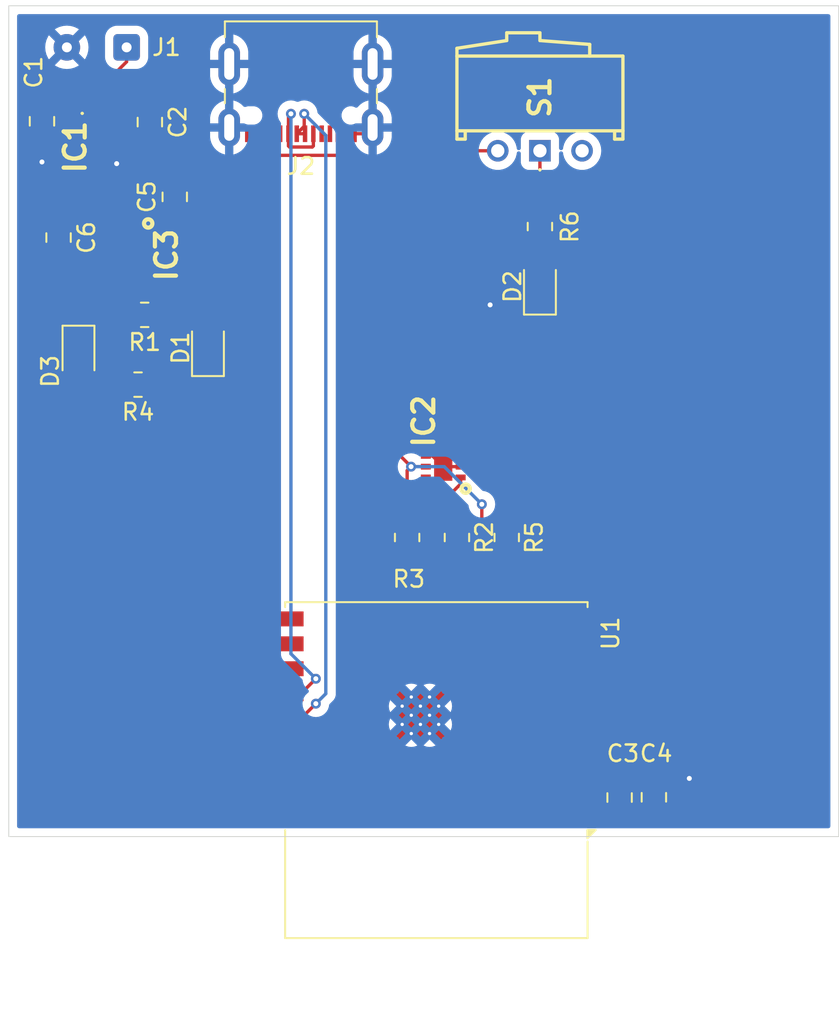
<source format=kicad_pcb>
(kicad_pcb (version 20240108) (generator "pcbnew") (generator_version "8.0")
  (layers (0 "F.Cu" signal) (31 "B.Cu" signal) (34 "B.Paste" user) (35 "F.Paste" user) (36 "B.SilkS" user "B.Silkscreen") (37 "F.SilkS" user "F.Silkscreen") (38 "B.Mask" user) (39 "F.Mask" user) (44 "Edge.Cuts" user))
  (net 0 "")
  (net 1 "+BATT")
  (net 2 "GND")
  (net 3 "+3.3V")
  (net 4 "Net-(D1-A)")
  (net 5 "Net-(D1-K)")
  (net 6 "Net-(D2-A)")
  (net 7 "Net-(D3-A)")
  (net 8 "SDA")
  (net 9 "Net-(IC2-ALERT)")
  (net 10 "SCL")
  (net 11 "Net-(IC3-PROG)")
  (net 15 "USB_D+")
  (net 16 "USB_D-")
  (net 31 "Net-(S1-COM)")
  (footprint "Library_IoT_MP:SON50P300X200X100-9N-D" (layer "F.Cu") (at 107 65 -90)
    (property "Reference" "IC3" (at 0 -2.5 -90) (layer "F.SilkS") (effects (font (size 1.27 1.27) (thickness 0.254))))
    (property "Value" "MCP73831T-2DCI_MC" (hide yes))
    (fp_circle (center -1.9 -1.4) (end -1.775 -1.4) (stroke (width 0.254)) (fill none) (layer "F.SilkS"))
    (pad "1" smd rect (at -1.5 -0.75) (size 0.3 0.8) (layers "F.Cu" "F.Paste" "F.Mask") (net 4 "Net-(D1-A)"))
    (pad "2" smd rect (at -1.5 -0.25) (size 0.3 0.8) (layers "F.Cu" "F.Paste" "F.Mask"))
    (pad "3" smd rect (at -1.5 0.25) (size 0.3 0.8) (layers "F.Cu" "F.Paste" "F.Mask") (net 1 "+BATT"))
    (pad "4" smd rect (at -1.5 0.75) (size 0.3 0.8) (layers "F.Cu" "F.Paste" "F.Mask"))
    (pad "5" smd rect (at 1.5 0.75) (size 0.3 0.8) (layers "F.Cu" "F.Paste" "F.Mask") (net 7 "Net-(D3-A)"))
    (pad "6" smd rect (at 1.5 0.25) (size 0.3 0.8) (layers "F.Cu" "F.Paste" "F.Mask") (net 2 "GND"))
    (pad "7" smd rect (at 1.5 -0.25) (size 0.3 0.8) (layers "F.Cu" "F.Paste" "F.Mask"))
    (pad "8" smd rect (at 1.5 -0.75) (size 0.3 0.8) (layers "F.Cu" "F.Paste" "F.Mask") (net 11 "Net-(IC3-PROG)"))
    (pad "9" smd rect (at 0 0) (size 1.55 1.75) (layers "F.Cu" "F.Paste" "F.Mask") (net 2 "GND"))
  )
  (footprint "Connector_Wire:SolderWire-0.1sqmm_1x02_P3.6mm_D0.4mm_OD1mm" (layer "F.Cu") (at 107.1 52.5 180)
    (property "Reference" "J1" (at -2.4 0 360) (layer "F.SilkS"))
    (property "Value" "Conn_batt")
    (pad "1" thru_hole roundrect (at 0 0 180) (size 1.6 1.6) (drill 0.6) (layers "*.Cu" "*.Mask") (roundrect_rratio 0.15625) (net 1 "+BATT"))
    (pad "2" thru_hole circle (at 3.6 0 180) (size 1.6 1.6) (drill 0.6) (layers "*.Cu" "*.Mask") (net 2 "GND"))
  )
  (footprint "Library_IoT_MP:091020102" (layer "F.Cu") (at 132 58.725 -90)
    (property "Reference" "S1" (at -3.225 0 -90) (layer "F.SilkS") (effects (font (size 1.27 1.27) (thickness 0.254))))
    (property "Value" "09.10201.02" (hide yes))
    (fp_line (start -6.167 5) (end -5.7 5) (stroke (width 0.2)) (layer "F.SilkS"))
    (fp_line (start -5.7 5) (end -5.7 -5) (stroke (width 0.2)) (layer "F.SilkS"))
    (fp_line (start -1.2 5) (end -5.7 5) (stroke (width 0.2)) (layer "F.SilkS"))
    (fp_line (start -0.7 5) (end -1.2 5) (stroke (width 0.2)) (layer "F.SilkS"))
    (fp_line (start -1.2 4.5) (end -0.7 4.5) (stroke (width 0.2)) (layer "F.SilkS"))
    (fp_line (start -0.7 4.5) (end -0.7 5) (stroke (width 0.2)) (layer "F.SilkS"))
    (fp_line (start -7.1 2) (end -6.633 2) (stroke (width 0.2)) (layer "F.SilkS"))
    (fp_line (start -6.633 2) (end -6.167 5) (stroke (width 0.2)) (layer "F.SilkS"))
    (fp_line (start -7.1 0) (end -7.1 2) (stroke (width 0.2)) (layer "F.SilkS"))
    (fp_line (start -6.633 0) (end -7.1 0) (stroke (width 0.2)) (layer "F.SilkS"))
    (fp_line (start 1.1 0) (end 1.1 0) (stroke (width 0.1)) (layer "F.SilkS"))
    (fp_line (start 1.2 0) (end 1.2 0) (stroke (width 0.1)) (layer "F.SilkS"))
    (fp_line (start -6.4 -3) (end -6.633 0) (stroke (width 0.2)) (layer "F.SilkS"))
    (fp_line (start -5.7 -3) (end -6.4 -3) (stroke (width 0.2)) (layer "F.SilkS"))
    (fp_line (start -0.7 -4.5) (end -1.2 -4.5) (stroke (width 0.2)) (layer "F.SilkS"))
    (fp_line (start -5.7 -5) (end -1.2 -5) (stroke (width 0.2)) (layer "F.SilkS"))
    (fp_line (start -1.2 -5) (end -1.2 5) (stroke (width 0.2)) (layer "F.SilkS"))
    (fp_line (start -1.2 -5) (end -0.7 -5) (stroke (width 0.2)) (layer "F.SilkS"))
    (fp_line (start -0.7 -5) (end -0.7 -4.5) (stroke (width 0.2)) (layer "F.SilkS"))
    (fp_arc (start 1.1 0) (mid 1.15 -0.05) (end 1.2 0) (stroke (width 0.1)) (layer "F.SilkS"))
    (fp_arc (start 1.2 0) (mid 1.15 0.05) (end 1.1 0) (stroke (width 0.1)) (layer "F.SilkS"))
    (pad "1" thru_hole rect (at 0 0 270) (size 1.3 1.3) (drill 0.8) (layers "*.Cu" "*.Mask") (net 31 "Net-(S1-COM)"))
    (pad "2" thru_hole circle (at 0 2.54 270) (size 1.3 1.3) (drill 0.8) (layers "*.Cu" "*.Mask") (net 3 "+3.3V"))
    (pad "3" thru_hole circle (at 0 -2.54 270) (size 1.3 1.3) (drill 0.8) (layers "*.Cu" "*.Mask"))
  )
  (footprint "Capacitor_SMD:C_0805_2012Metric" (layer "F.Cu") (at 102 56.95 -90)
    (property "Reference" "C1" (at -2.95 0.5 90) (layer "F.SilkS"))
    (property "Value" "1 uF")
    (fp_line (start -0.261252 0.735) (end 0.261252 0.735) (stroke (width 0.12)) (layer "F.SilkS"))
    (fp_line (start -0.261252 -0.735) (end 0.261252 -0.735) (stroke (width 0.12)) (layer "F.SilkS"))
    (pad "1" smd roundrect (at -0.95 0 270) (size 1 1.45) (layers "F.Cu" "F.Paste" "F.Mask") (net 1 "+BATT"))
    (pad "2" smd roundrect (at 0.95 0 270) (size 1 1.45) (layers "F.Cu" "F.Paste" "F.Mask") (net 2 "GND"))
  )
  (footprint "Library_IoT_MP:SON65P200X200X80-7N" (layer "F.Cu") (at 126.174 77.7365 180)
    (property "Reference" "IC2" (at 1.174 2.7365 -90) (layer "F.SilkS") (effects (font (size 1.27 1.27) (thickness 0.254))))
    (property "Value" "TMP117AIDRVR" (hide yes))
    (fp_circle (center -1.35 -1.325) (end -1.225 -1.325) (stroke (width 0.254)) (fill none) (layer "F.SilkS"))
    (pad "1" smd rect (at -1.05 -0.65 270) (size 0.35 0.6) (layers "F.Cu" "F.Paste" "F.Mask") (net 10 "SCL"))
    (pad "2" smd rect (at -1.05 0 270) (size 0.35 0.6) (layers "F.Cu" "F.Paste" "F.Mask") (net 2 "GND"))
    (pad "3" smd rect (at -1.05 0.65 270) (size 0.35 0.6) (layers "F.Cu" "F.Paste" "F.Mask") (net 9 "Net-(IC2-ALERT)"))
    (pad "4" smd rect (at 1.05 0.65 270) (size 0.35 0.6) (layers "F.Cu" "F.Paste" "F.Mask") (net 2 "GND"))
    (pad "5" smd rect (at 1.05 0 270) (size 0.35 0.6) (layers "F.Cu" "F.Paste" "F.Mask") (net 3 "+3.3V"))
    (pad "6" smd rect (at 1.05 -0.65 270) (size 0.35 0.6) (layers "F.Cu" "F.Paste" "F.Mask") (net 8 "SDA"))
    (pad "7" smd rect (at 0 0 180) (size 1.1 1.7) (layers "F.Cu" "F.Paste" "F.Mask") (net 2 "GND"))
  )
  (footprint "Capacitor_SMD:C_0805_2012Metric" (layer "F.Cu") (at 136.8 97.65 90)
    (property "Reference" "C3" (at 2.65 0.2 180) (layer "F.SilkS"))
    (property "Value" "C")
    (fp_line (start -0.261252 -0.735) (end 0.261252 -0.735) (stroke (width 0.12)) (layer "F.SilkS"))
    (fp_line (start -0.261252 0.735) (end 0.261252 0.735) (stroke (width 0.12)) (layer "F.SilkS"))
    (pad "1" smd roundrect (at -0.95 0 90) (size 1 1.45) (layers "F.Cu" "F.Paste" "F.Mask") (net 3 "+3.3V"))
    (pad "2" smd roundrect (at 0.95 0 90) (size 1 1.45) (layers "F.Cu" "F.Paste" "F.Mask") (net 2 "GND"))
  )
  (footprint "Capacitor_SMD:C_0805_2012Metric" (layer "F.Cu") (at 110 61.5 90)
    (property "Reference" "C5" (at 0 -1.68 90) (layer "F.SilkS"))
    (property "Value" "4.7uF")
    (fp_line (start -0.261252 -0.735) (end 0.261252 -0.735) (stroke (width 0.12)) (layer "F.SilkS"))
    (fp_line (start -0.261252 0.735) (end 0.261252 0.735) (stroke (width 0.12)) (layer "F.SilkS"))
    (pad "1" smd roundrect (at -0.95 0 90) (size 1 1.45) (layers "F.Cu" "F.Paste" "F.Mask") (net 4 "Net-(D1-A)"))
    (pad "2" smd roundrect (at 0.95 0 90) (size 1 1.45) (layers "F.Cu" "F.Paste" "F.Mask") (net 2 "GND"))
  )
  (footprint "Capacitor_SMD:C_0805_2012Metric" (layer "F.Cu") (at 138.865421 97.635333 90)
    (property "Reference" "C4" (at 2.635333 0.134579 180) (layer "F.SilkS"))
    (property "Value" "C")
    (fp_line (start -0.261252 -0.735) (end 0.261252 -0.735) (stroke (width 0.12)) (layer "F.SilkS"))
    (fp_line (start -0.261252 0.735) (end 0.261252 0.735) (stroke (width 0.12)) (layer "F.SilkS"))
    (pad "1" smd roundrect (at -0.95 0 90) (size 1 1.45) (layers "F.Cu" "F.Paste" "F.Mask") (net 3 "+3.3V"))
    (pad "2" smd roundrect (at 0.95 0 90) (size 1 1.45) (layers "F.Cu" "F.Paste" "F.Mask") (net 2 "GND"))
  )
  (footprint "Resistor_SMD:R_0805_2012Metric" (layer "F.Cu") (at 107.7875 72.8 180)
    (property "Reference" "R4" (at 0 -1.65 360) (layer "F.SilkS"))
    (property "Value" "330")
    (fp_line (start -0.227064 0.735) (end 0.227064 0.735) (stroke (width 0.12)) (layer "F.SilkS"))
    (fp_line (start -0.227064 -0.735) (end 0.227064 -0.735) (stroke (width 0.12)) (layer "F.SilkS"))
    (pad "1" smd roundrect (at -0.9125 0 180) (size 1.025 1.4) (layers "F.Cu" "F.Paste" "F.Mask") (roundrect_rratio 0.243902) (net 5 "Net-(D1-K)"))
    (pad "2" smd roundrect (at 0.9125 0 180) (size 1.025 1.4) (layers "F.Cu" "F.Paste" "F.Mask") (roundrect_rratio 0.243902) (net 7 "Net-(D3-A)"))
  )
  (footprint "Capacitor_SMD:C_0805_2012Metric" (layer "F.Cu") (at 108.5 57 -90)
    (property "Reference" "C2" (at 0 -1.68 90) (layer "F.SilkS"))
    (property "Value" "1 uF")
    (fp_line (start -0.261252 0.735) (end 0.261252 0.735) (stroke (width 0.12)) (layer "F.SilkS"))
    (fp_line (start -0.261252 -0.735) (end 0.261252 -0.735) (stroke (width 0.12)) (layer "F.SilkS"))
    (pad "1" smd roundrect (at -0.95 0 270) (size 1 1.45) (layers "F.Cu" "F.Paste" "F.Mask") (net 3 "+3.3V"))
    (pad "2" smd roundrect (at 0.95 0 270) (size 1 1.45) (layers "F.Cu" "F.Paste" "F.Mask") (net 2 "GND"))
  )
  (footprint "Capacitor_SMD:C_0805_2012Metric" (layer "F.Cu") (at 103 63.95 -90)
    (property "Reference" "C6" (at 0 -1.68 90) (layer "F.SilkS"))
    (property "Value" "4.7 uF")
    (fp_line (start -0.261252 0.735) (end 0.261252 0.735) (stroke (width 0.12)) (layer "F.SilkS"))
    (fp_line (start -0.261252 -0.735) (end 0.261252 -0.735) (stroke (width 0.12)) (layer "F.SilkS"))
    (pad "1" smd roundrect (at -0.95 0 270) (size 1 1.45) (layers "F.Cu" "F.Paste" "F.Mask") (net 1 "+BATT"))
    (pad "2" smd roundrect (at 0.95 0 270) (size 1 1.45) (layers "F.Cu" "F.Paste" "F.Mask") (net 2 "GND"))
  )
  (footprint "LED_SMD:LED_0805_2012Metric" (layer "F.Cu") (at 132 66.9 90)
    (property "Reference" "D2" (at 0 -1.65 90) (layer "F.SilkS"))
    (property "Value" "Green")
    (fp_line (start 1 -0.96) (end -1.685 -0.96) (stroke (width 0.12)) (layer "F.SilkS"))
    (fp_line (start -1.685 -0.96) (end -1.685 0.96) (stroke (width 0.12)) (layer "F.SilkS"))
    (fp_line (start -1.685 0.96) (end 1 0.96) (stroke (width 0.12)) (layer "F.SilkS"))
    (pad "1" smd roundrect (at -0.9375 0 90) (size 0.975 1.4) (layers "F.Cu" "F.Paste" "F.Mask") (net 2 "GND"))
    (pad "2" smd roundrect (at 0.9375 0 90) (size 0.975 1.4) (layers "F.Cu" "F.Paste" "F.Mask") (net 6 "Net-(D2-A)"))
  )
  (footprint "RF_Module:ESP32-C3-WROOM-02" (layer "F.Cu") (at 125.76 92.9 180)
    (property "Reference" "U1" (at -10.5 5.13 90) (layer "F.SilkS"))
    (property "Value" "ESP32-C3-WROOM-02")
    (fp_line (start 9.11 6.71) (end 9.11 7.01) (stroke (width 0.12)) (layer "F.SilkS"))
    (fp_line (start 9.11 -13.21) (end 9.11 -6.71) (stroke (width 0.12)) (layer "F.SilkS"))
    (fp_line (start -9.11 7.01) (end 9.11 7.01) (stroke (width 0.12)) (layer "F.SilkS"))
    (fp_line (start -9.11 6.71) (end -9.11 7.01) (stroke (width 0.12)) (layer "F.SilkS"))
    (fp_line (start -9.11 -13.21) (end 9.11 -13.21) (stroke (width 0.12)) (layer "F.SilkS"))
    (fp_line (start -9.11 -13.21) (end -9.11 -7.4) (stroke (width 0.12)) (layer "F.SilkS"))
    (fp_poly (pts (xy -9.1 -6.7) (xy -9.6 -6.7) (xy -9.1 -7.2) (xy -9.1 -6.7)) (stroke (width 0.12)) (fill solid) (layer "F.SilkS"))
    (pad "1" smd rect (at -8.75 -6 180) (size 1.5 0.9) (layers "F.Cu" "F.Paste" "F.Mask") (net 3 "+3.3V"))
    (pad "2" smd rect (at -8.75 -4.5 180) (size 1.5 0.9) (layers "F.Cu" "F.Paste" "F.Mask") (net 6 "Net-(D2-A)"))
    (pad "3" smd rect (at -8.75 -3 180) (size 1.5 0.9) (layers "F.Cu" "F.Paste" "F.Mask"))
    (pad "4" smd rect (at -8.75 -1.5 180) (size 1.5 0.9) (layers "F.Cu" "F.Paste" "F.Mask"))
    (pad "5" smd rect (at -8.75 0 180) (size 1.5 0.9) (layers "F.Cu" "F.Paste" "F.Mask"))
    (pad "6" smd rect (at -8.75 1.5 180) (size 1.5 0.9) (layers "F.Cu" "F.Paste" "F.Mask"))
    (pad "7" smd rect (at -8.75 3 180) (size 1.5 0.9) (layers "F.Cu" "F.Paste" "F.Mask") (net 8 "SDA"))
    (pad "8" smd rect (at -8.75 4.5 180) (size 1.5 0.9) (layers "F.Cu" "F.Paste" "F.Mask") (net 10 "SCL"))
    (pad "9" smd rect (at -8.75 6 180) (size 1.5 0.9) (layers "F.Cu" "F.Paste" "F.Mask") (net 2 "GND"))
    (pad "10" smd rect (at 8.75 6 180) (size 1.5 0.9) (layers "F.Cu" "F.Paste" "F.Mask"))
    (pad "11" smd rect (at 8.75 4.5 180) (size 1.5 0.9) (layers "F.Cu" "F.Paste" "F.Mask"))
    (pad "12" smd rect (at 8.75 3 180) (size 1.5 0.9) (layers "F.Cu" "F.Paste" "F.Mask"))
    (pad "13" smd rect (at 8.75 1.5 180) (size 1.5 0.9) (layers "F.Cu" "F.Paste" "F.Mask") (net 16 "USB_D-"))
    (pad "14" smd rect (at 8.75 0 180) (size 1.5 0.9) (layers "F.Cu" "F.Paste" "F.Mask") (net 15 "USB_D+"))
    (pad "15" smd rect (at 8.75 -1.5 180) (size 1.5 0.9) (layers "F.Cu" "F.Paste" "F.Mask"))
    (pad "16" smd rect (at 8.75 -3 180) (size 1.5 0.9) (layers "F.Cu" "F.Paste" "F.Mask"))
    (pad "17" smd rect (at 8.75 -4.5 180) (size 1.5 0.9) (layers "F.Cu" "F.Paste" "F.Mask"))
    (pad "18" smd rect (at 8.75 -6 180) (size 1.5 0.9) (layers "F.Cu" "F.Paste" "F.Mask"))
    (pad "19" thru_hole circle (at -0.14 -0.35 180) (size 0.6 0.6) (drill 0.2) (property pad_prop_heatsink) (layers "*.Cu" "F.Mask") (net 2 "GND"))
    (pad "19" thru_hole circle (at -0.14 0.75 180) (size 0.6 0.6) (drill 0.2) (property pad_prop_heatsink) (layers "*.Cu" "F.Mask") (net 2 "GND"))
    (pad "19" thru_hole circle (at 0.41 -0.9 180) (size 0.6 0.6) (drill 0.2) (property pad_prop_heatsink) (layers "*.Cu" "F.Mask") (net 2 "GND"))
    (pad "19" thru_hole circle (at 0.41 0.2 180) (size 0.6 0.6) (drill 0.2) (property pad_prop_heatsink) (layers "*.Cu" "F.Mask") (net 2 "GND"))
    (pad "19" thru_hole circle (at 0.41 1.3 180) (size 0.6 0.6) (drill 0.2) (property pad_prop_heatsink) (layers "*.Cu" "F.Mask") (net 2 "GND"))
    (pad "19" thru_hole circle (at 0.96 -0.35 180) (size 0.6 0.6) (drill 0.2) (property pad_prop_heatsink) (layers "*.Cu" "F.Mask") (net 2 "GND"))
    (pad "19" smd rect (at 0.96 0.2 180) (size 2.9 2.9) (layers "F.Cu" "F.Mask") (net 2 "GND"))
    (pad "19" thru_hole circle (at 0.96 0.75 180) (size 0.6 0.6) (drill 0.2) (property pad_prop_heatsink) (layers "*.Cu" "F.Mask") (net 2 "GND"))
    (pad "19" thru_hole circle (at 1.51 -0.9 180) (size 0.6 0.6) (drill 0.2) (property pad_prop_heatsink) (layers "*.Cu" "F.Mask") (net 2 "GND"))
    (pad "19" thru_hole circle (at 1.51 0.2 180) (size 0.6 0.6) (drill 0.2) (property pad_prop_heatsink) (layers "*.Cu" "F.Mask") (net 2 "GND"))
    (pad "19" thru_hole circle (at 1.51 1.3 180) (size 0.6 0.6) (drill 0.2) (property pad_prop_heatsink) (layers "*.Cu" "F.Mask") (net 2 "GND"))
    (pad "19" thru_hole circle (at 2.06 -0.35 180) (size 0.6 0.6) (drill 0.2) (property pad_prop_heatsink) (layers "*.Cu" "F.Mask") (net 2 "GND"))
    (pad "19" thru_hole circle (at 2.06 0.75 180) (size 0.6 0.6) (drill 0.2) (property pad_prop_heatsink) (layers "*.Cu" "F.Mask") (net 2 "GND"))
    (zone (net 0) (net_name "") (layers "*.Cu") (connect_pads (clearance 0)) (min_thickness 0.254)
      (keepout (tracks not_allowed) (vias not_allowed) (pads not_allowed) (copperpour not_allowed) (footprints not_allowed))
      (fill (thermal_gap 0.508) (thermal_bridge_width 0.508))
      (polygon (pts (xy 139.76 100) (xy 111.76 100) (xy 111.76 111) (xy 139.76 111)))
    )
  )
  (footprint "Resistor_SMD:R_0805_2012Metric" (layer "F.Cu") (at 127 82 -90)
    (property "Reference" "R2" (at 0 -1.65 90) (layer "F.SilkS"))
    (property "Value" "5k")
    (fp_line (start -0.227064 0.735) (end 0.227064 0.735) (stroke (width 0.12)) (layer "F.SilkS"))
    (fp_line (start -0.227064 -0.735) (end 0.227064 -0.735) (stroke (width 0.12)) (layer "F.SilkS"))
    (pad "1" smd roundrect (at -0.9125 0 270) (size 1.025 1.4) (layers "F.Cu" "F.Paste" "F.Mask") (roundrect_rratio 0.243902) (net 3 "+3.3V"))
    (pad "2" smd roundrect (at 0.9125 0 270) (size 1.025 1.4) (layers "F.Cu" "F.Paste" "F.Mask") (roundrect_rratio 0.243902) (net 10 "SCL"))
  )
  (footprint "LED_SMD:LED_0805_2012Metric" (layer "F.Cu") (at 104.2 70.9375 -90)
    (property "Reference" "D3" (at 1.0625 1.7 90) (layer "F.SilkS"))
    (property "Value" "Green")
    (fp_line (start -1.685 0.96) (end 1 0.96) (stroke (width 0.12)) (layer "F.SilkS"))
    (fp_line (start -1.685 -0.96) (end -1.685 0.96) (stroke (width 0.12)) (layer "F.SilkS"))
    (fp_line (start 1 -0.96) (end -1.685 -0.96) (stroke (width 0.12)) (layer "F.SilkS"))
    (pad "1" smd roundrect (at -0.9375 0 270) (size 0.975 1.4) (layers "F.Cu" "F.Paste" "F.Mask") (net 2 "GND"))
    (pad "2" smd roundrect (at 0.9375 0 270) (size 0.975 1.4) (layers "F.Cu" "F.Paste" "F.Mask") (net 7 "Net-(D3-A)"))
  )
  (footprint "LED_SMD:LED_0805_2012Metric" (layer "F.Cu") (at 112 70.6 90)
    (property "Reference" "D1" (at 0 -1.65 90) (layer "F.SilkS"))
    (property "Value" "Red")
    (fp_line (start 1 -0.96) (end -1.685 -0.96) (stroke (width 0.12)) (layer "F.SilkS"))
    (fp_line (start -1.685 -0.96) (end -1.685 0.96) (stroke (width 0.12)) (layer "F.SilkS"))
    (fp_line (start -1.685 0.96) (end 1 0.96) (stroke (width 0.12)) (layer "F.SilkS"))
    (pad "1" smd roundrect (at -0.9375 0 90) (size 0.975 1.4) (layers "F.Cu" "F.Paste" "F.Mask") (net 5 "Net-(D1-K)"))
    (pad "2" smd roundrect (at 0.9375 0 90) (size 0.975 1.4) (layers "F.Cu" "F.Paste" "F.Mask") (net 4 "Net-(D1-A)"))
  )
  (footprint "Library_IoT_MP:TPS7A2128PYWDJ" (layer "F.Cu") (at 105.175 56.675)
    (property "Reference" "IC1" (at -1.175 1.825 90) (layer "F.SilkS") (effects (font (size 1.27 1.27) (thickness 0.254))))
    (property "Value" "TPS7A2128PYWDJ" (hide yes))
    (fp_line (start -0.8 -0.2) (end -0.8 -0.2) (stroke (width 0.1)) (layer "F.SilkS"))
    (fp_line (start -0.7 -0.2) (end -0.7 -0.2) (stroke (width 0.1)) (layer "F.SilkS"))
    (fp_arc (start -0.8 -0.2) (mid -0.75 -0.25) (end -0.7 -0.2) (stroke (width 0.1)) (layer "F.SilkS"))
    (fp_arc (start -0.7 -0.2) (mid -0.75 -0.15) (end -0.8 -0.2) (stroke (width 0.1)) (layer "F.SilkS"))
    (pad "A1" smd rect (at -0.175 -0.175 90) (size 0.165 0.165) (layers "F.Cu" "F.Paste" "F.Mask") (net 1 "+BATT"))
    (pad "A2" smd rect (at 0.175 -0.175 90) (size 0.165 0.165) (layers "F.Cu" "F.Paste" "F.Mask") (net 3 "+3.3V"))
    (pad "B1" smd rect (at -0.175 0.175 90) (size 0.165 0.165) (layers "F.Cu" "F.Paste" "F.Mask") (net 1 "+BATT"))
    (pad "B2" smd rect (at 0.175 0.175 90) (size 0.165 0.165) (layers "F.Cu" "F.Paste" "F.Mask") (net 2 "GND"))
  )
  (footprint "Resistor_SMD:R_0805_2012Metric" (layer "F.Cu") (at 108.1875 68.6 180)
    (property "Reference" "R1" (at 0 -1.65 360) (layer "F.SilkS"))
    (property "Value" "R")
    (fp_line (start -0.227064 0.735) (end 0.227064 0.735) (stroke (width 0.12)) (layer "F.SilkS"))
    (fp_line (start -0.227064 -0.735) (end 0.227064 -0.735) (stroke (width 0.12)) (layer "F.SilkS"))
    (pad "1" smd roundrect (at -0.9125 0 180) (size 1.025 1.4) (layers "F.Cu" "F.Paste" "F.Mask") (roundrect_rratio 0.243902) (net 11 "Net-(IC3-PROG)"))
    (pad "2" smd roundrect (at 0.9125 0 180) (size 1.025 1.4) (layers "F.Cu" "F.Paste" "F.Mask") (roundrect_rratio 0.243902) (net 2 "GND"))
  )
  (footprint "Connector_USB:USB_C_Receptacle_JAE_DX07S016JA1R1500" (layer "F.Cu") (at 117.6 54.65 180)
    (property "Reference" "J2" (at 0 -5 360) (layer "F.SilkS"))
    (property "Value" "USB_C_Receptacle_USB2.0_14P" (hide yes))
    (fp_line (start 4.58 2.76) (end 4.58 3.71) (stroke (width 0.12)) (layer "F.SilkS"))
    (fp_line (start 4.58 -1.215) (end 4.58 -0.36) (stroke (width 0.12)) (layer "F.SilkS"))
    (fp_line (start -4.58 3.71) (end 4.58 3.71) (stroke (width 0.12)) (layer "F.SilkS"))
    (fp_line (start -4.58 2.76) (end -4.58 3.71) (stroke (width 0.12)) (layer "F.SilkS"))
    (fp_line (start -4.58 -1.215) (end -4.58 -0.36) (stroke (width 0.12)) (layer "F.SilkS"))
    (pad "" np_thru_hole circle (at -3 -1.95 180) (size 0.6 0.6) (drill 0.6) (layers "F&B.Cu" "*.Mask"))
    (pad "" smd rect (at -1.4 1.15 180) (size 1 2) (layers "F.Cu" "F.Paste" "F.Mask"))
    (pad "" smd rect (at 1.4 1.15 180) (size 1 2) (layers "F.Cu" "F.Paste" "F.Mask"))
    (pad "" np_thru_hole oval (at 3 -1.95 180) (size 0.85 0.6) (drill oval 0.85 0.6) (layers "F&B.Cu" "*.Mask"))
    (pad "A1" smd rect (at -3.1 -3.05 180) (size 0.52 1) (layers "F.Cu" "F.Paste" "F.Mask") (net 2 "GND"))
    (pad "A4" smd rect (at -2.35 -3.05 180) (size 0.52 1) (layers "F.Cu" "F.Paste" "F.Mask") (net 4 "Net-(D1-A)"))
    (pad "A5" smd rect (at -1.75 -3.05 180) (size 0.27 1) (layers "F.Cu" "F.Paste" "F.Mask"))
    (pad "A6" smd rect (at -0.25 -3.05 180) (size 0.27 1) (layers "F.Cu" "F.Paste" "F.Mask") (net 15 "USB_D+"))
    (pad "A7" smd rect (at 0.75 -3.05 180) (size 0.27 1) (layers "F.Cu" "F.Paste" "F.Mask") (net 16 "USB_D-"))
    (pad "A8" smd rect (at 1.75 -3.05 180) (size 0.27 1) (layers "F.Cu" "F.Paste" "F.Mask"))
    (pad "A9" smd rect (at 2.35 -3.05 180) (size 0.52 1) (layers "F.Cu" "F.Paste" "F.Mask") (net 4 "Net-(D1-A)"))
    (pad "A12" smd rect (at 3.1 -3.05 180) (size 0.52 1) (layers "F.Cu" "F.Paste" "F.Mask") (net 2 "GND"))
    (pad "B1" smd rect (at 3.1 -3.05 180) (size 0.52 1) (layers "F.Cu" "F.Paste" "F.Mask") (net 2 "GND"))
    (pad "B4" smd rect (at 2.35 -3.05 180) (size 0.52 1) (layers "F.Cu" "F.Paste" "F.Mask") (net 4 "Net-(D1-A)"))
    (pad "B5" smd rect (at 1.25 -3.05 180) (size 0.27 1) (layers "F.Cu" "F.Paste" "F.Mask"))
    (pad "B6" smd rect (at 0.25 -3.05 180) (size 0.27 1) (layers "F.Cu" "F.Paste" "F.Mask") (net 15 "USB_D+"))
    (pad "B7" smd rect (at -0.75 -3.05 180) (size 0.27 1) (layers "F.Cu" "F.Paste" "F.Mask") (net 16 "USB_D-"))
    (pad "B8" smd rect (at -1.25 -3.05 180) (size 0.27 1) (layers "F.Cu" "F.Paste" "F.Mask"))
    (pad "B9" smd rect (at -2.35 -3.05 180) (size 0.52 1) (layers "F.Cu" "F.Paste" "F.Mask") (net 4 "Net-(D1-A)"))
    (pad "B12" smd rect (at -3.1 -3.05 180) (size 0.52 1) (layers "F.Cu" "F.Paste" "F.Mask") (net 2 "GND"))
    (pad "S1" thru_hole oval (at -4.32 -2.675 180) (size 1.3 2.3) (drill oval 0.6 1.6) (layers "*.Cu" "*.Mask") (net 2 "GND"))
    (pad "S1" thru_hole oval (at -4.32 1.15 180) (size 1.3 2.6) (drill oval 0.6 1.9) (layers "*.Cu" "*.Mask") (net 2 "GND"))
    (pad "S1" thru_hole oval (at 4.32 -2.675 180) (size 1.3 2.3) (drill oval 0.6 1.6) (layers "*.Cu" "*.Mask") (net 2 "GND"))
    (pad "S1" thru_hole oval (at 4.32 1.15 180) (size 1.3 2.6) (drill oval 0.6 1.9) (layers "*.Cu" "*.Mask") (net 2 "GND"))
  )
  (footprint "Resistor_SMD:R_0805_2012Metric" (layer "F.Cu") (at 132 63.2875 -90)
    (property "Reference" "R6" (at 0.0125 -1.8 -90) (layer "F.SilkS"))
    (property "Value" "330")
    (fp_line (start -0.227064 0.735) (end 0.227064 0.735) (stroke (width 0.12)) (layer "F.SilkS"))
    (fp_line (start -0.227064 -0.735) (end 0.227064 -0.735) (stroke (width 0.12)) (layer "F.SilkS"))
    (pad "1" smd roundrect (at -0.9125 0 270) (size 1.025 1.4) (layers "F.Cu" "F.Paste" "F.Mask") (roundrect_rratio 0.243902) (net 31 "Net-(S1-COM)"))
    (pad "2" smd roundrect (at 0.9125 0 270) (size 1.025 1.4) (layers "F.Cu" "F.Paste" "F.Mask") (roundrect_rratio 0.243902) (net 6 "Net-(D2-A)"))
  )
  (footprint "Resistor_SMD:R_0805_2012Metric" (layer "F.Cu") (at 124 82 -90)
    (property "Reference" "R3" (at 2.5 -0.1 360) (layer "F.SilkS"))
    (property "Value" "5k")
    (fp_line (start -0.227064 0.735) (end 0.227064 0.735) (stroke (width 0.12)) (layer "F.SilkS"))
    (fp_line (start -0.227064 -0.735) (end 0.227064 -0.735) (stroke (width 0.12)) (layer "F.SilkS"))
    (pad "1" smd roundrect (at -0.9125 0 270) (size 1.025 1.4) (layers "F.Cu" "F.Paste" "F.Mask") (roundrect_rratio 0.243902) (net 3 "+3.3V"))
    (pad "2" smd roundrect (at 0.9125 0 270) (size 1.025 1.4) (layers "F.Cu" "F.Paste" "F.Mask") (roundrect_rratio 0.243902) (net 8 "SDA"))
  )
  (footprint "Resistor_SMD:R_0805_2012Metric" (layer "F.Cu") (at 130 82 -90)
    (property "Reference" "R5" (at 0 -1.65 90) (layer "F.SilkS"))
    (property "Value" "5k")
    (fp_line (start -0.227064 0.735) (end 0.227064 0.735) (stroke (width 0.12)) (layer "F.SilkS"))
    (fp_line (start -0.227064 -0.735) (end 0.227064 -0.735) (stroke (width 0.12)) (layer "F.SilkS"))
    (pad "1" smd roundrect (at -0.9125 0 270) (size 1.025 1.4) (layers "F.Cu" "F.Paste" "F.Mask") (roundrect_rratio 0.243902) (net 3 "+3.3V"))
    (pad "2" smd roundrect (at 0.9125 0 270) (size 1.025 1.4) (layers "F.Cu" "F.Paste" "F.Mask") (roundrect_rratio 0.243902) (net 9 "Net-(IC2-ALERT)"))
  )
  (gr_rect (start 100 50) (end 150 100) (stroke (width 0.05)) (fill none) (layer "Edge.Cuts"))
  (segment (start 103 63) (end 103 62.5) (width 0.2) (layer "F.Cu") (net 1))
  (segment (start 106.75 62.315) (end 104.9675 60.5325) (width 0.2) (layer "F.Cu") (net 1))
  (segment (start 102 56) (end 104.4675 56) (width 0.2) (layer "F.Cu") (net 1))
  (segment (start 107.1 52.5) (end 107.1 53.3675) (width 0.2) (layer "F.Cu") (net 1))
  (segment (start 104.4675 56) (end 104.9675 56.5) (width 0.2) (layer "F.Cu") (net 1))
  (segment (start 107.1 53.3675) (end 104.48375 55.98375) (width 0.2) (layer "F.Cu") (net 1))
  (segment (start 103 62.5) (end 104.9675 60.5325) (width 0.2) (layer "F.Cu") (net 1))
  (segment (start 104.48375 55.98375) (end 104.4675 56) (width 0.2) (layer "F.Cu") (net 1))
  (segment (start 104.9675 56.4675) (end 104.48375 55.98375) (width 0.2) (layer "F.Cu") (net 1))
  (segment (start 106.75 63.5) (end 106.75 62.315) (width 0.2) (layer "F.Cu") (net 1))
  (segment (start 104.9675 60.5325) (end 104.9675 56.4675) (width 0.2) (layer "F.Cu") (net 1))
  (segment (start 106.75 66.5) (end 106.75 65.25) (width 0.2) (layer "F.Cu") (net 2))
  (segment (start 129.1625 67.8375) (end 129 68) (width 0.2) (layer "F.Cu") (net 2))
  (segment (start 106.5 58) (end 106.5 59.5) (width 0.2) (layer "F.Cu") (net 2))
  (segment (start 125.524 77.0865) (end 126.174 77.7365) (width 0.2) (layer "F.Cu") (net 2))
  (segment (start 126.174 77.7365) (end 127.224 77.7365) (width 0.2) (layer "F.Cu") (net 2))
  (segment (start 106.45 57.95) (end 105.3825 56.8825) (width 0.2) (layer "F.Cu") (net 2))
  (segment (start 110 60.55) (end 112.35 60.55) (width 0.2) (layer "F.Cu") (net 2))
  (segment (start 101.975 59.425) (end 102 59.4) (width 0.2) (layer "F.Cu") (net 2))
  (segment (start 132 67.8375) (end 129.1625 67.8375) (width 0.2) (layer "F.Cu") (net 2))
  (segment (start 101.975 63.875) (end 101.975 59.425) (width 0.2) (layer "F.Cu") (net 2))
  (segment (start 106.45 57.95) (end 106.5 58) (width 0.2) (layer "F.Cu") (net 2))
  (segment (start 138.865421 96.685333) (end 140.814667 96.685333) (width 0.2) (layer "F.Cu") (net 2))
  (segment (start 105.875 70) (end 107.275 68.6) (width 0.2) (layer "F.Cu") (net 2))
  (segment (start 106.9 64.9) (end 107 65) (width 0.2) (layer "F.Cu") (net 2))
  (segment (start 103 64.9) (end 106.9 64.9) (width 0.2) (layer "F.Cu") (net 2))
  (segment (start 134.51 81.9995) (end 126.174 73.6635) (width 0.2) (layer "F.Cu") (net 2))
  (segment (start 103 64.9) (end 101.975 63.875) (width 0.2) (layer "F.Cu") (net 2))
  (segment (start 126.174 73.6635) (end 132 67.8375) (width 0.2) (layer "F.Cu") (net 2))
  (segment (start 136.814667 96.685333) (end 136.8 96.7) (width 0.2) (layer "F.Cu") (net 2))
  (segment (start 108.5 57.95) (end 106.45 57.95) (width 0.2) (layer "F.Cu") (net 2))
  (segment (start 140.814667 96.685333) (end 141 96.5) (width 0.2) (layer "F.Cu") (net 2))
  (segment (start 108.5 59.05) (end 110 60.55) (width 0.2) (layer "F.Cu") (net 2))
  (segment (start 125.124 77.0865) (end 125.524 77.0865) (width 0.2) (layer "F.Cu") (net 2))
  (segment (start 114.5 58.4) (end 114.5 57.7) (width 0.2) (layer "F.Cu") (net 2))
  (segment (start 138.865421 96.685333) (end 136.814667 96.685333) (width 0.2) (layer "F.Cu") (net 2))
  (segment (start 106.75 65.25) (end 107 65) (width 0.2) (layer "F.Cu") (net 2))
  (segment (start 112.35 60.55) (end 114.5 58.4) (width 0.2) (layer "F.Cu") (net 2))
  (segment (start 126.174 77.7365) (end 126.174 73.6635) (width 0.2) (layer "F.Cu") (net 2))
  (segment (start 106.75 68.075) (end 106.75 66.5) (width 0.2) (layer "F.Cu") (net 2))
  (segment (start 104.2 70) (end 105.875 70) (width 0.2) (layer "F.Cu") (net 2))
  (segment (start 120.7 57.7) (end 121.545 57.7) (width 0.2) (layer "F.Cu") (net 2))
  (segment (start 134.51 86.9) (end 134.51 81.9995) (width 0.2) (layer "F.Cu") (net 2))
  (segment (start 108.5 57.95) (end 108.5 59.05) (width 0.2) (layer "F.Cu") (net 2))
  (segment (start 107.275 68.6) (end 106.75 68.075) (width 0.2) (layer "F.Cu") (net 2))
  (segment (start 121.545 57.7) (end 121.92 57.325) (width 0.2) (layer "F.Cu") (net 2))
  (segment (start 102 57.9) (end 102 59.4) (width 0.2) (layer "F.Cu") (net 2))
  (via (at 141 96.5) (size 0.6) (drill 0.3) (layers "F.Cu" "B.Cu") (net 2))
  (via (at 129 68) (size 0.6) (drill 0.3) (layers "F.Cu" "B.Cu") (net 2))
  (via (at 106.5 59.5) (size 0.6) (drill 0.3) (layers "F.Cu" "B.Cu") (net 2))
  (via (at 102 59.4) (size 0.6) (drill 0.3) (layers "F.Cu" "B.Cu") (net 2))
  (segment (start 134.51 98.9) (end 136.5 98.9) (width 0.2) (layer "F.Cu") (net 3))
  (segment (start 105.8 56.05) (end 105.3825 56.4675) (width 0.2) (layer "F.Cu") (net 3))
  (segment (start 122 94.5) (end 122 83.0875) (width 0.2) (layer "F.Cu") (net 3))
  (segment (start 124 77.973) (end 124.2365 77.7365) (width 0.2) (layer "F.Cu") (net 3))
  (segment (start 130 81.0875) (end 128.5 81.0875) (width 0.2) (layer "F.Cu") (net 3))
  (segment (start 122 83.0875) (end 124 81.0875) (width 0.2) (layer "F.Cu") (net 3))
  (segment (start 136.8 98.6) (end 138.850754 98.6) (width 0.2) (layer "F.Cu") (net 3))
  (segment (start 136.5 98.9) (end 136.8 98.6) (width 0.2) (layer "F.Cu") (net 3))
  (segment (start 109 55.5) (end 125 55.5) (width 0.2) (layer "F.Cu") (net 3))
  (segment (start 128.5 81.0875) (end 127 81.0875) (width 0.2) (layer "F.Cu") (net 3))
  (segment (start 122.5 76) (end 124.2365 77.7365) (width 0.2) (layer "F.Cu") (net 3))
  (segment (start 108.5 56.05) (end 105.8 56.05) (width 0.2) (layer "F.Cu") (net 3))
  (segment (start 122.5 62.5) (end 122.5 76) (width 0.2) (layer "F.Cu") (net 3))
  (segment (start 129.46 58.725) (end 128.225 58.725) (width 0.2) (layer "F.Cu") (net 3))
  (segment (start 126.275 58.725) (end 122.5 62.5) (width 0.2) (layer "F.Cu") (net 3))
  (segment (start 124.2365 77.7365) (end 125.124 77.7365) (width 0.2) (layer "F.Cu") (net 3))
  (segment (start 124 81.0875) (end 124 77.973) (width 0.2) (layer "F.Cu") (net 3))
  (segment (start 128.5 81.0875) (end 128.5 80) (width 0.2) (layer "F.Cu") (net 3))
  (segment (start 134.51 98.9) (end 126.4 98.9) (width 0.2) (layer "F.Cu") (net 3))
  (segment (start 125 55.5) (end 128.225 58.725) (width 0.2) (layer "F.Cu") (net 3))
  (segment (start 126.4 98.9) (end 122 94.5) (width 0.2) (layer "F.Cu") (net 3))
  (segment (start 108.5 56) (end 109 55.5) (width 0.2) (layer "F.Cu") (net 3))
  (segment (start 138.850754 98.6) (end 138.865421 98.585333) (width 0.2) (layer "F.Cu") (net 3))
  (segment (start 108.5 56.05) (end 108.5 56) (width 0.2) (layer "F.Cu") (net 3))
  (segment (start 128.225 58.725) (end 126.275 58.725) (width 0.2) (layer "F.Cu") (net 3))
  (via (at 128.5 80) (size 0.6) (drill 0.3) (layers "F.Cu" "B.Cu") (net 3))
  (via (at 124.2365 77.7365) (size 0.6) (drill 0.3) (layers "F.Cu" "B.Cu") (net 3))
  (segment (start 126.2365 77.7365) (end 124.2365 77.7365) (width 0.2) (layer "B.Cu") (net 3))
  (segment (start 128.5 80) (end 126.2365 77.7365) (width 0.2) (layer "B.Cu") (net 3))
  (segment (start 119.85 59) (end 119.95 58.9) (width 0.2) (layer "F.Cu") (net 4))
  (segment (start 110.275 62.725) (end 110.925 62.725) (width 0.2) (layer "F.Cu") (net 4))
  (segment (start 108.95 63.5) (end 110 62.45) (width 0.2) (layer "F.Cu") (net 4))
  (segment (start 110 62.45) (end 112 64.45) (width 0.2) (layer "F.Cu") (net 4))
  (segment (start 110.925 62.725) (end 115.25 58.4) (width 0.2) (layer "F.Cu") (net 4))
  (segment (start 110 62.45) (end 110.275 62.725) (width 0.2) (layer "F.Cu") (net 4))
  (segment (start 115.25 58.9) (end 115.35 59) (width 0.2) (layer "F.Cu") (net 4))
  (segment (start 107.75 63.5) (end 108.95 63.5) (width 0.2) (layer "F.Cu") (net 4))
  (segment (start 115.25 58.9) (end 115.25 58.4) (width 0.2) (layer "F.Cu") (net 4))
  (segment (start 115.25 58.4) (end 115.25 57.7) (width 0.2) (layer "F.Cu") (net 4))
  (segment (start 119.95 58.9) (end 119.95 58.2) (width 0.2) (layer "F.Cu") (net 4))
  (segment (start 115.35 59) (end 119.85 59) (width 0.2) (layer "F.Cu") (net 4))
  (segment (start 112 64.45) (end 112 69.6625) (width 0.2) (layer "F.Cu") (net 4))
  (segment (start 110.7375 72.8) (end 112 71.5375) (width 0.2) (layer "F.Cu") (net 5))
  (segment (start 108.7 72.8) (end 110.7375 72.8) (width 0.2) (layer "F.Cu") (net 5))
  (segment (start 132 65.9625) (end 135.56 69.5225) (width 0.2) (layer "F.Cu") (net 6))
  (segment (start 134.81 97.4) (end 134.51 97.4) (width 0.2) (layer "F.Cu") (net 6))
  (segment (start 135.56 69.5225) (end 135.56 96.65) (width 0.2) (layer "F.Cu") (net 6))
  (segment (start 132 64.2) (end 132 65.9625) (width 0.2) (layer "F.Cu") (net 6))
  (segment (start 135.56 96.65) (end 134.81 97.4) (width 0.2) (layer "F.Cu") (net 6))
  (segment (start 106.25 66.5) (end 104 66.5) (width 0.2) (layer "F.Cu") (net 7))
  (segment (start 102 69.675) (end 104.2 71.875) (width 0.2) (layer "F.Cu") (net 7))
  (segment (start 104 66.5) (end 102 68.5) (width 0.2) (layer "F.Cu") (net 7))
  (segment (start 102 68.5) (end 102 69.675) (width 0.2) (layer "F.Cu") (net 7))
  (segment (start 105.95 71.875) (end 106.875 72.8) (width 0.2) (layer "F.Cu") (net 7))
  (segment (start 104.2 71.875) (end 105.95 71.875) (width 0.2) (layer "F.Cu") (net 7))
  (segment (start 125.124 81.7885) (end 124 82.9125) (width 0.2) (layer "F.Cu") (net 8))
  (segment (start 130.9875 89.9) (end 134.51 89.9) (width 0.2) (layer "F.Cu") (net 8))
  (segment (start 125.124 78.3865) (end 125.124 81.7885) (width 0.2) (layer "F.Cu") (net 8))
  (segment (start 124 82.9125) (end 130.9875 89.9) (width 0.2) (layer "F.Cu") (net 8))
  (segment (start 127.724 77.0865) (end 131 80.3625) (width 0.2) (layer "F.Cu") (net 9))
  (segment (start 131 80.3625) (end 131 81.9125) (width 0.2) (layer "F.Cu") (net 9))
  (segment (start 127.224 77.0865) (end 127.724 77.0865) (width 0.2) (layer "F.Cu") (net 9))
  (segment (start 131 81.9125) (end 130 82.9125) (width 0.2) (layer "F.Cu") (net 9))
  (segment (start 127 82.9125) (end 132.4875 88.4) (width 0.2) (layer "F.Cu") (net 10))
  (segment (start 127.224 78.776) (end 126 80) (width 0.2) (layer "F.Cu") (net 10))
  (segment (start 126 81.9125) (end 127 82.9125) (width 0.2) (layer "F.Cu") (net 10))
  (segment (start 127.224 78.3865) (end 127.224 78.776) (width 0.2) (layer "F.Cu") (net 10))
  (segment (start 132.4875 88.4) (end 134.51 88.4) (width 0.2) (layer "F.Cu") (net 10))
  (segment (start 126 80) (end 126 81.9125) (width 0.2) (layer "F.Cu") (net 10))
  (segment (start 109.1 68.6) (end 109.1 67.85) (width 0.2) (layer "F.Cu") (net 11))
  (segment (start 109.1 67.85) (end 107.75 66.5) (width 0.2) (layer "F.Cu") (net 11))
  (segment (start 117.35 57.7) (end 117.85 57.7) (width 0.2) (layer "F.Cu") (net 15))
  (segment (start 117.35 57.7) (end 117.800003 57.249997) (width 0.2) (layer "F.Cu") (net 15))
  (segment (start 117.6 92.9) (end 117.01 92.9) (width 0.2) (layer "F.Cu") (net 15))
  (segment (start 117.800003 57.249997) (end 117.800003 56.5) (width 0.2) (layer "F.Cu") (net 15))
  (segment (start 118.5 92) (end 117.6 92.9) (width 0.2) (layer "F.Cu") (net 15))
  (via (at 118.5 92) (size 0.6) (drill 0.3) (layers "F.Cu" "B.Cu") (net 15))
  (via (at 117.800003 56.5) (size 0.6) (drill 0.3) (layers "F.Cu" "B.Cu") (net 15))
  (segment (start 119.1 91.4) (end 118.5 92) (width 0.2) (layer "B.Cu") (net 15))
  (segment (start 119.1 57.799997) (end 119.1 91.4) (width 0.2) (layer "B.Cu") (net 15))
  (segment (start 117.800003 56.5) (end 119.1 57.799997) (width 0.2) (layer "B.Cu") (net 15))
  (segment (start 116.85 56.65) (end 117 56.5) (width 0.2) (layer "F.Cu") (net 16))
  (segment (start 116.85 57.7) (end 116.85 56.65) (width 0.2) (layer "F.Cu") (net 16))
  (segment (start 118.285 58.5) (end 118.35 58.435) (width 0.2) (layer "F.Cu") (net 16))
  (segment (start 116.915 58.5) (end 118.285 58.5) (width 0.2) (layer "F.Cu") (net 16))
  (segment (start 116.85 58.435) (end 116.915 58.5) (width 0.2) (layer "F.Cu") (net 16))
  (segment (start 118.35 58.435) (end 118.35 57.7) (width 0.2) (layer "F.Cu") (net 16))
  (segment (start 117.6 91.4) (end 117.01 91.4) (width 0.2) (layer "F.Cu") (net 16))
  (segment (start 116.85 57.7) (end 116.85 58.435) (width 0.2) (layer "F.Cu") (net 16))
  (segment (start 118.5 90.5) (end 117.6 91.4) (width 0.2) (layer "F.Cu") (net 16))
  (via (at 118.5 90.5) (size 0.6) (drill 0.3) (layers "F.Cu" "B.Cu") (net 16))
  (via (at 117 56.5) (size 0.6) (drill 0.3) (layers "F.Cu" "B.Cu") (net 16))
  (segment (start 117 89) (end 118.5 90.5) (width 0.2) (layer "B.Cu") (net 16))
  (segment (start 117 56.5) (end 117 89) (width 0.2) (layer "B.Cu") (net 16))
  (segment (start 132 58.725) (end 132 62.375) (width 0.2) (layer "F.Cu") (net 31))
  (zone (net 2) (net_name "GND") (layer "B.Cu") (connect_pads (clearance 0.5)) (min_thickness 0.25) (fill yes (thermal_gap 0.5) (thermal_bridge_width 0.5))
    (polygon (pts (xy 100 50) (xy 150 50) (xy 150 100) (xy 100 100)))
  )
)
</source>
